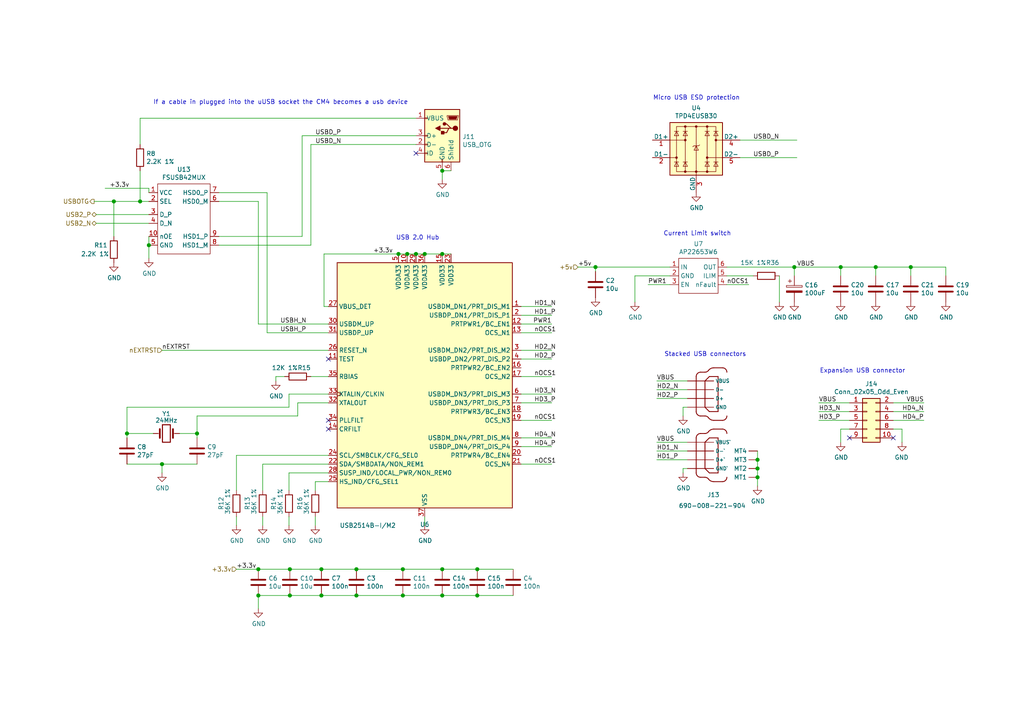
<source format=kicad_sch>
(kicad_sch (version 20210406) (generator eeschema)
  (paper "A4")
  (title_block (title "Compute Module 4 IO Board - USB") (rev "1") (company "(c) Raspberry Pi Trading 2020") (comment 1 "www.raspberrypi.org"))
  (lib_symbols
    (symbol "CM4IO:AP2553W6"
      (property "Reference" "U" (at 3.81 -6.35 0))
      (property "Value" "AP2553W6" (at -3.81 -6.35 0))
      (symbol "AP2553W6_0_0"
        (pin power_in line (at -8.89 2.54 0) (length 2.54) (name "IN") (number "1"))
        (pin power_out line (at -8.89 0 0) (length 2.54) (name "GND") (number "2"))
        (pin input line (at -8.89 -2.54 0) (length 2.54) (name "EN") (number "3"))
        (pin open_collector line (at 7.62 -2.54 180) (length 2.54) (name "nFault") (number "4"))
        (pin passive line (at 7.62 0 180) (length 2.54) (name "ILIM") (number "5"))
        (pin power_out line (at 7.62 2.54 180) (length 2.54) (name "OUT") (number "6"))
      )
    )
    (symbol "CM4IO:FSUSB42MX"
      (property "Reference" "U" (at -7.62 20.32 0))
      (property "Value" "FSUSB42MX" (at -2.54 -2.54 0))
      (symbol "FSUSB42MX_0_0"
        (pin power_in line (at 8.89 16.51 180) (length 2.54) (name "VCC") (number "1"))
        (pin input line (at 8.89 3.81 180) (length 2.54) (name "nOE") (number "10"))
        (pin input line (at 8.89 13.97 180) (length 2.54) (name "SEL") (number "2"))
        (pin bidirectional line (at 8.89 10.16 180) (length 2.54) (name "D_P") (number "3"))
        (pin bidirectional line (at 8.89 7.62 180) (length 2.54) (name "D_N") (number "4"))
        (pin power_in line (at 8.89 1.27 180) (length 2.54) (name "GND") (number "5"))
        (pin bidirectional line (at -11.43 13.97 0) (length 2.54) (name "HSD0_M") (number "6"))
        (pin bidirectional line (at -11.43 16.51 0) (length 2.54) (name "HSD0_P") (number "7"))
        (pin bidirectional line (at -11.43 1.27 0) (length 2.54) (name "HSD1_M") (number "8"))
        (pin bidirectional line (at -11.43 3.81 0) (length 2.54) (name "HSD1_P") (number "9"))
      )
    )
    (symbol "CM4IO:TPD4EUSB30" (pin_names (offset 0))
      (property "Reference" "U" (at -0.635 8.89 0))
      (property "Value" "TPD4EUSB30" (at 8.89 -10.16 0))
      (symbol "TPD4EUSB30_1_1"
        (pin passive line (at -12.7 2.54 0) (length 5.08) (name "D1+") (number "1"))
        (pin passive line (at -12.7 2.54 0) (length 5.08) hide (name "~") (number "10"))
        (pin passive line (at -12.7 -2.54 0) (length 5.08) (name "D1-") (number "2"))
        (pin power_in line (at 0 -12.7 90) (length 5.08) (name "GND") (number "3"))
        (pin passive line (at 12.7 2.54 180) (length 5.08) (name "D2+") (number "4"))
        (pin passive line (at 12.7 -2.54 180) (length 5.08) (name "D2-") (number "5"))
        (pin passive line (at 12.7 -2.54 180) (length 5.08) hide (name "~") (number "6"))
        (pin passive line (at 12.7 2.54 180) (length 5.08) hide (name "~") (number "7"))
        (pin passive line (at 0 -12.7 90) (length 5.08) hide (name "GND") (number "8"))
        (pin passive line (at -12.7 -2.54 0) (length 5.08) hide (name "~") (number "9"))
      )
    )
    (symbol "CM4IO:USB_67298-4090" (pin_numbers hide)
      (property "Reference" "J" (at -5.08 21.6408 0))
      (property "Value" "USB_67298-4090" (at -5.08 -17.8054 0))
      (symbol "USB_67298-4090_0_0"
        (pin power_in line (at -7.62 -2.54 0) (length 7.62) (name "VBUS`") (number "1"))
        (pin passive line (at -7.62 -5.08 0) (length 7.62) (name "D-`") (number "2"))
        (pin passive line (at -7.62 -7.62 0) (length 7.62) (name "D+`") (number "3"))
        (pin power_in line (at -7.62 -10.16 0) (length 7.62) (name "GND`") (number "4"))
        (pin power_in line (at -7.62 15.24 0) (length 7.62) (name "VBUS") (number "5"))
        (pin passive line (at -7.62 12.7 0) (length 7.62) (name "D-") (number "6"))
        (pin passive line (at -7.62 10.16 0) (length 7.62) (name "D+") (number "7"))
        (pin power_in line (at -7.62 7.62 0) (length 7.62) (name "GND") (number "8"))
        (pin passive line (at 12.7 -12.7 180) (length 2.54) (name "MT1") (number "MT1"))
        (pin passive line (at 12.7 -10.16 180) (length 2.54) (name "MT2") (number "MT2"))
        (pin passive line (at 12.7 -7.62 180) (length 2.54) (name "MT3") (number "MT3"))
        (pin passive line (at 12.7 -5.08 180) (length 2.54) (name "MT4") (number "MT4"))
      )
    )
    (symbol "Connector:USB_OTG"
      (property "Reference" "J" (at -5.08 11.43 0))
      (property "Value" "USB_OTG" (at -5.08 8.89 0))
      (symbol "USB_OTG_1_1"
        (pin power_in line (at 7.62 5.08 180) (length 2.54) (name "VBUS") (number "1"))
        (pin passive line (at 7.62 -2.54 180) (length 2.54) (name "D-") (number "2"))
        (pin passive line (at 7.62 0 180) (length 2.54) (name "D+") (number "3"))
        (pin passive line (at 7.62 -5.08 180) (length 2.54) (name "ID") (number "4"))
        (pin power_in line (at 0 -10.16 90) (length 2.54) (name "GND") (number "5"))
        (pin passive line (at -2.54 -10.16 90) (length 2.54) (name "Shield") (number "6"))
      )
    )
    (symbol "Connector_Generic:Conn_02x05_Odd_Even" (pin_names hide)
      (property "Reference" "J" (at 1.27 7.62 0))
      (property "Value" "Conn_02x05_Odd_Even" (at 1.27 -7.62 0))
      (symbol "Conn_02x05_Odd_Even_1_1"
        (pin passive line (at -5.08 5.08 0) (length 3.81) (name "Pin_1") (number "1"))
        (pin passive line (at 7.62 -5.08 180) (length 3.81) (name "Pin_10") (number "10"))
        (pin passive line (at 7.62 5.08 180) (length 3.81) (name "Pin_2") (number "2"))
        (pin passive line (at -5.08 2.54 0) (length 3.81) (name "Pin_3") (number "3"))
        (pin passive line (at 7.62 2.54 180) (length 3.81) (name "Pin_4") (number "4"))
        (pin passive line (at -5.08 0 0) (length 3.81) (name "Pin_5") (number "5"))
        (pin passive line (at 7.62 0 180) (length 3.81) (name "Pin_6") (number "6"))
        (pin passive line (at -5.08 -2.54 0) (length 3.81) (name "Pin_7") (number "7"))
        (pin passive line (at 7.62 -2.54 180) (length 3.81) (name "Pin_8") (number "8"))
        (pin passive line (at -5.08 -5.08 0) (length 3.81) (name "Pin_9") (number "9"))
      )
    )
    (symbol "Device:C" (pin_numbers hide) (pin_names (offset 0.254))
      (property "Reference" "C" (at 0.635 2.54 0))
      (property "Value" "C" (at 0.635 -2.54 0))
      (symbol "C_1_1"
        (pin passive line (at 0 3.81 270) (length 2.794) (name "~") (number "1"))
        (pin passive line (at 0 -3.81 90) (length 2.794) (name "~") (number "2"))
      )
    )
    (symbol "Device:CP" (pin_numbers hide) (pin_names (offset 0.254))
      (property "Reference" "C" (at 0.635 2.54 0))
      (property "Value" "CP" (at 0.635 -2.54 0))
      (symbol "CP_1_1"
        (pin passive line (at 0 3.81 270) (length 2.794) (name "~") (number "1"))
        (pin passive line (at 0 -3.81 90) (length 2.794) (name "~") (number "2"))
      )
    )
    (symbol "Device:Crystal" (pin_numbers hide) (pin_names hide)
      (property "Reference" "Y" (at 0 3.81 0))
      (property "Value" "Crystal" (at 0 -3.81 0))
      (symbol "Crystal_1_1"
        (pin passive line (at -3.81 0 0) (length 1.27) (name "1") (number "1"))
        (pin passive line (at 3.81 0 180) (length 1.27) (name "2") (number "2"))
      )
    )
    (symbol "Device:R" (pin_numbers hide) (pin_names (offset 0))
      (property "Reference" "R" (at 2.032 0 90))
      (property "Value" "R" (at 0 0 90))
      (symbol "R_1_1"
        (pin passive line (at 0 3.81 270) (length 1.27) (name "~") (number "1"))
        (pin passive line (at 0 -3.81 90) (length 1.27) (name "~") (number "2"))
      )
    )
    (symbol "Interface_USB:USB2514B_Bi"
      (property "Reference" "U" (at -17.78 40.64 0))
      (property "Value" "USB2514B_Bi" (at -20.32 38.1 0))
      (symbol "USB2514B_Bi_1_1"
        (pin bidirectional line (at 27.94 22.86 180) (length 2.54) (name "USBDM_DN1/PRT_DIS_M1") (number "1"))
        (pin power_in line (at -5.08 38.1 270) (length 2.54) (name "VDDA33") (number "10"))
        (pin input line (at -27.94 7.62 0) (length 2.54) (name "TEST") (number "11"))
        (pin bidirectional line (at 27.94 17.78 180) (length 2.54) (name "PRTPWR1/BC_EN1") (number "12"))
        (pin input line (at 27.94 15.24 180) (length 2.54) (name "OCS_N1") (number "13"))
        (pin input line (at -27.94 -12.7 0) (length 2.54) (name "CRFILT") (number "14"))
        (pin power_in line (at 5.08 38.1 270) (length 2.54) (name "VDD33") (number "15"))
        (pin bidirectional line (at 27.94 5.08 180) (length 2.54) (name "PRTPWR2/BC_EN2") (number "16"))
        (pin input line (at 27.94 2.54 180) (length 2.54) (name "OCS_N2") (number "17"))
        (pin bidirectional line (at 27.94 -7.62 180) (length 2.54) (name "PRTPWR3/BC_EN3") (number "18"))
        (pin input line (at 27.94 -10.16 180) (length 2.54) (name "OCS_N3") (number "19"))
        (pin bidirectional line (at 27.94 20.32 180) (length 2.54) (name "USBDP_DN1/PRT_DIS_P1") (number "2"))
        (pin bidirectional line (at 27.94 -20.32 180) (length 2.54) (name "PRTPWR4/BC_EN4") (number "20"))
        (pin input line (at 27.94 -22.86 180) (length 2.54) (name "OCS_N4") (number "21"))
        (pin bidirectional line (at -27.94 -22.86 0) (length 2.54) (name "SDA/SMBDATA/NON_REM1") (number "22"))
        (pin power_in line (at 7.62 38.1 270) (length 2.54) (name "VDD33") (number "23"))
        (pin bidirectional line (at -27.94 -20.32 0) (length 2.54) (name "SCL/SMBCLK/CFG_SEL0") (number "24"))
        (pin bidirectional line (at -27.94 -27.94 0) (length 2.54) (name "HS_IND/CFG_SEL1") (number "25"))
        (pin input line (at -27.94 10.16 0) (length 2.54) (name "RESET_N") (number "26"))
        (pin input line (at -27.94 22.86 0) (length 2.54) (name "VBUS_DET") (number "27"))
        (pin bidirectional line (at -27.94 -25.4 0) (length 2.54) (name "SUSP_IND/LOCAL_PWR/NON_REM0") (number "28"))
        (pin power_in line (at -2.54 38.1 270) (length 2.54) (name "VDDA33") (number "29"))
        (pin bidirectional line (at 27.94 10.16 180) (length 2.54) (name "USBDM_DN2/PRT_DIS_M2") (number "3"))
        (pin bidirectional line (at -27.94 17.78 0) (length 2.54) (name "USBDM_UP") (number "30"))
        (pin bidirectional line (at -27.94 15.24 0) (length 2.54) (name "USBDP_UP") (number "31"))
        (pin output line (at -27.94 -5.08 0) (length 2.54) (name "XTALOUT") (number "32"))
        (pin input clock (at -27.94 -2.54 0) (length 2.54) (name "XTALIN/CLKIN") (number "33"))
        (pin input line (at -27.94 -10.16 0) (length 2.54) (name "PLLFILT") (number "34"))
        (pin input line (at -27.94 2.54 0) (length 2.54) (name "RBIAS") (number "35"))
        (pin power_in line (at 0 38.1 270) (length 2.54) (name "VDDA33") (number "36"))
        (pin power_in line (at 0 -38.1 90) (length 2.54) (name "VSS") (number "37"))
        (pin bidirectional line (at 27.94 7.62 180) (length 2.54) (name "USBDP_DN2/PRT_DIS_P2") (number "4"))
        (pin power_in line (at -7.62 38.1 270) (length 2.54) (name "VDDA33") (number "5"))
        (pin bidirectional line (at 27.94 -2.54 180) (length 2.54) (name "USBDM_DN3/PRT_DIS_M3") (number "6"))
        (pin bidirectional line (at 27.94 -5.08 180) (length 2.54) (name "USBDP_DN3/PRT_DIS_P3") (number "7"))
        (pin bidirectional line (at 27.94 -15.24 180) (length 2.54) (name "USBDM_DN4/PRT_DIS_M4") (number "8"))
        (pin bidirectional line (at 27.94 -17.78 180) (length 2.54) (name "USBDP_DN4/PRT_DIS_P4") (number "9"))
      )
    )
    (symbol "power:GND" (power) (pin_names (offset 0))
      (property "Value" "GND" (at 0 -3.81 0))
      (symbol "GND_1_1"
        (pin power_in line (at 0 0 270) (length 0) hide (name "GND") (number "1"))
      )
    )
  )
  (junction (at 33.02 58.42) (diameter 1.016))
  (junction (at 36.83 125.73) (diameter 1.016))
  (junction (at 40.64 58.42) (diameter 1.016))
  (junction (at 43.18 71.12) (diameter 1.016))
  (junction (at 46.99 134.62) (diameter 1.016))
  (junction (at 57.15 125.73) (diameter 1.016))
  (junction (at 74.93 165.1) (diameter 1.016))
  (junction (at 74.93 172.72) (diameter 1.016))
  (junction (at 84.074 165.1) (diameter 1.016))
  (junction (at 84.074 172.72) (diameter 1.016))
  (junction (at 93.218 165.1) (diameter 1.016))
  (junction (at 93.218 172.72) (diameter 1.016))
  (junction (at 103.378 165.1) (diameter 1.016))
  (junction (at 103.378 172.72) (diameter 1.016))
  (junction (at 115.57 73.66) (diameter 1.016))
  (junction (at 116.84 165.1) (diameter 1.016))
  (junction (at 116.84 172.72) (diameter 1.016))
  (junction (at 118.11 73.66) (diameter 1.016))
  (junction (at 120.65 73.66) (diameter 1.016))
  (junction (at 123.19 73.66) (diameter 1.016))
  (junction (at 128.27 49.53) (diameter 1.016))
  (junction (at 128.27 73.66) (diameter 1.016))
  (junction (at 128.27 165.1) (diameter 1.016))
  (junction (at 128.27 172.72) (diameter 1.016))
  (junction (at 138.43 165.1) (diameter 1.016))
  (junction (at 138.43 172.72) (diameter 1.016))
  (junction (at 172.72 77.47) (diameter 1.016))
  (junction (at 219.71 133.35) (diameter 1.016))
  (junction (at 219.71 135.89) (diameter 1.016))
  (junction (at 219.71 138.43) (diameter 1.016))
  (junction (at 230.378 77.47) (diameter 1.016))
  (junction (at 243.84 77.47) (diameter 1.016))
  (junction (at 254 77.47) (diameter 1.016))
  (junction (at 264.16 77.47) (diameter 1.016))
  (no_connect (at 95.25 104.14))
  (no_connect (at 95.25 121.92))
  (no_connect (at 95.25 124.46))
  (no_connect (at 120.65 44.45))
  (no_connect (at 246.38 127))
  (no_connect (at 259.08 127))
  (wire (pts (xy 27.305 58.42) (xy 33.02 58.42)))
  (wire (pts (xy 27.94 62.23) (xy 43.18 62.23)))
  (wire (pts (xy 27.94 64.77) (xy 43.18 64.77)))
  (wire (pts (xy 30.48 54.61) (xy 43.18 54.61)))
  (wire (pts (xy 33.02 58.42) (xy 33.02 68.58)))
  (wire (pts (xy 36.83 118.11) (xy 36.83 125.73)))
  (wire (pts (xy 36.83 125.73) (xy 44.45 125.73)))
  (wire (pts (xy 36.83 127) (xy 36.83 125.73)))
  (wire (pts (xy 36.83 134.62) (xy 46.99 134.62)))
  (wire (pts (xy 40.64 34.29) (xy 120.65 34.29)))
  (wire (pts (xy 40.64 41.91) (xy 40.64 34.29)))
  (wire (pts (xy 40.64 49.53) (xy 40.64 58.42)))
  (wire (pts (xy 40.64 58.42) (xy 33.02 58.42)))
  (wire (pts (xy 43.18 55.88) (xy 43.18 54.61)))
  (wire (pts (xy 43.18 58.42) (xy 40.64 58.42)))
  (wire (pts (xy 43.18 68.58) (xy 43.18 71.12)))
  (wire (pts (xy 43.18 71.12) (xy 43.18 74.93)))
  (wire (pts (xy 46.99 101.6) (xy 95.25 101.6)))
  (wire (pts (xy 46.99 134.62) (xy 46.99 137.16)))
  (wire (pts (xy 46.99 134.62) (xy 57.15 134.62)))
  (wire (pts (xy 52.07 125.73) (xy 57.15 125.73)))
  (wire (pts (xy 57.15 120.65) (xy 57.15 125.73)))
  (wire (pts (xy 57.15 125.73) (xy 57.15 127)))
  (wire (pts (xy 63.5 55.88) (xy 77.47 55.88)))
  (wire (pts (xy 63.5 58.42) (xy 74.93 58.42)))
  (wire (pts (xy 63.5 68.58) (xy 87.63 68.58)))
  (wire (pts (xy 63.5 71.12) (xy 90.17 71.12)))
  (wire (pts (xy 68.58 132.08) (xy 95.25 132.08)))
  (wire (pts (xy 68.58 142.24) (xy 68.58 132.08)))
  (wire (pts (xy 68.58 149.86) (xy 68.58 152.4)))
  (wire (pts (xy 68.58 165.1) (xy 74.93 165.1)))
  (wire (pts (xy 74.93 58.42) (xy 74.93 93.98)))
  (wire (pts (xy 74.93 165.1) (xy 84.074 165.1)))
  (wire (pts (xy 74.93 172.72) (xy 84.074 172.72)))
  (wire (pts (xy 74.93 176.53) (xy 74.93 172.72)))
  (wire (pts (xy 76.2 134.62) (xy 95.25 134.62)))
  (wire (pts (xy 76.2 142.24) (xy 76.2 134.62)))
  (wire (pts (xy 76.2 149.86) (xy 76.2 152.4)))
  (wire (pts (xy 77.47 55.88) (xy 77.47 96.52)))
  (wire (pts (xy 77.47 96.52) (xy 95.25 96.52)))
  (wire (pts (xy 80.01 109.22) (xy 80.01 110.49)))
  (wire (pts (xy 82.55 109.22) (xy 80.01 109.22)))
  (wire (pts (xy 83.82 114.3) (xy 83.82 118.11)))
  (wire (pts (xy 83.82 114.3) (xy 95.25 114.3)))
  (wire (pts (xy 83.82 118.11) (xy 36.83 118.11)))
  (wire (pts (xy 83.82 137.16) (xy 95.25 137.16)))
  (wire (pts (xy 83.82 142.24) (xy 83.82 137.16)))
  (wire (pts (xy 83.82 149.86) (xy 83.82 152.4)))
  (wire (pts (xy 84.074 165.1) (xy 93.218 165.1)))
  (wire (pts (xy 84.074 172.72) (xy 93.218 172.72)))
  (wire (pts (xy 86.36 116.84) (xy 86.36 120.65)))
  (wire (pts (xy 86.36 120.65) (xy 57.15 120.65)))
  (wire (pts (xy 87.63 39.37) (xy 120.65 39.37)))
  (wire (pts (xy 87.63 68.58) (xy 87.63 39.37)))
  (wire (pts (xy 90.17 41.91) (xy 120.65 41.91)))
  (wire (pts (xy 90.17 71.12) (xy 90.17 41.91)))
  (wire (pts (xy 90.17 109.22) (xy 95.25 109.22)))
  (wire (pts (xy 91.44 139.7) (xy 95.25 139.7)))
  (wire (pts (xy 91.44 142.24) (xy 91.44 139.7)))
  (wire (pts (xy 91.44 149.86) (xy 91.44 152.4)))
  (wire (pts (xy 93.218 165.1) (xy 103.378 165.1)))
  (wire (pts (xy 93.218 172.72) (xy 103.378 172.72)))
  (wire (pts (xy 93.98 73.66) (xy 115.57 73.66)))
  (wire (pts (xy 93.98 88.9) (xy 93.98 73.66)))
  (wire (pts (xy 95.25 88.9) (xy 93.98 88.9)))
  (wire (pts (xy 95.25 93.98) (xy 74.93 93.98)))
  (wire (pts (xy 95.25 116.84) (xy 86.36 116.84)))
  (wire (pts (xy 103.378 165.1) (xy 116.84 165.1)))
  (wire (pts (xy 103.378 172.72) (xy 116.84 172.72)))
  (wire (pts (xy 115.57 73.66) (xy 118.11 73.66)))
  (wire (pts (xy 116.84 165.1) (xy 128.27 165.1)))
  (wire (pts (xy 116.84 172.72) (xy 128.27 172.72)))
  (wire (pts (xy 118.11 73.66) (xy 120.65 73.66)))
  (wire (pts (xy 120.65 73.66) (xy 123.19 73.66)))
  (wire (pts (xy 123.19 73.66) (xy 128.27 73.66)))
  (wire (pts (xy 123.19 149.86) (xy 123.19 152.4)))
  (wire (pts (xy 128.27 49.53) (xy 130.81 49.53)))
  (wire (pts (xy 128.27 52.07) (xy 128.27 49.53)))
  (wire (pts (xy 128.27 73.66) (xy 130.81 73.66)))
  (wire (pts (xy 128.27 165.1) (xy 138.43 165.1)))
  (wire (pts (xy 128.27 172.72) (xy 138.43 172.72)))
  (wire (pts (xy 138.43 165.1) (xy 148.844 165.1)))
  (wire (pts (xy 138.43 172.72) (xy 148.844 172.72)))
  (wire (pts (xy 151.13 88.9) (xy 160.02 88.9)))
  (wire (pts (xy 151.13 91.44) (xy 160.02 91.44)))
  (wire (pts (xy 151.13 93.98) (xy 160.02 93.98)))
  (wire (pts (xy 151.13 96.52) (xy 160.02 96.52)))
  (wire (pts (xy 151.13 101.6) (xy 160.02 101.6)))
  (wire (pts (xy 151.13 104.14) (xy 160.02 104.14)))
  (wire (pts (xy 151.13 109.22) (xy 160.02 109.22)))
  (wire (pts (xy 151.13 114.3) (xy 160.02 114.3)))
  (wire (pts (xy 151.13 116.84) (xy 160.02 116.84)))
  (wire (pts (xy 151.13 121.92) (xy 160.02 121.92)))
  (wire (pts (xy 151.13 127) (xy 160.02 127)))
  (wire (pts (xy 151.13 129.54) (xy 160.02 129.54)))
  (wire (pts (xy 151.13 134.62) (xy 160.02 134.62)))
  (wire (pts (xy 167.64 77.47) (xy 172.72 77.47)))
  (wire (pts (xy 172.72 77.47) (xy 194.31 77.47)))
  (wire (pts (xy 172.72 78.74) (xy 172.72 77.47)))
  (wire (pts (xy 184.15 80.01) (xy 184.15 87.63)))
  (wire (pts (xy 187.96 82.55) (xy 194.31 82.55)))
  (wire (pts (xy 190.5 110.49) (xy 199.39 110.49)))
  (wire (pts (xy 190.5 113.03) (xy 199.39 113.03)))
  (wire (pts (xy 190.5 115.57) (xy 199.39 115.57)))
  (wire (pts (xy 190.5 128.27) (xy 199.39 128.27)))
  (wire (pts (xy 190.5 130.81) (xy 199.39 130.81)))
  (wire (pts (xy 190.5 133.35) (xy 199.39 133.35)))
  (wire (pts (xy 194.31 80.01) (xy 184.15 80.01)))
  (wire (pts (xy 198.12 118.11) (xy 198.12 120.65)))
  (wire (pts (xy 198.12 135.89) (xy 198.12 137.16)))
  (wire (pts (xy 199.39 118.11) (xy 198.12 118.11)))
  (wire (pts (xy 199.39 135.89) (xy 198.12 135.89)))
  (wire (pts (xy 210.82 77.47) (xy 230.378 77.47)))
  (wire (pts (xy 210.82 80.01) (xy 218.44 80.01)))
  (wire (pts (xy 210.82 82.55) (xy 217.17 82.55)))
  (wire (pts (xy 214.63 40.64) (xy 231.14 40.64)))
  (wire (pts (xy 214.63 45.72) (xy 231.14 45.72)))
  (wire (pts (xy 219.71 130.81) (xy 219.71 133.35)))
  (wire (pts (xy 219.71 133.35) (xy 219.71 135.89)))
  (wire (pts (xy 219.71 135.89) (xy 219.71 138.43)))
  (wire (pts (xy 219.71 138.43) (xy 219.71 140.97)))
  (wire (pts (xy 226.06 80.01) (xy 226.06 87.63)))
  (wire (pts (xy 230.378 77.47) (xy 230.378 80.01)))
  (wire (pts (xy 230.378 77.47) (xy 243.84 77.47)))
  (wire (pts (xy 237.49 116.84) (xy 246.38 116.84)))
  (wire (pts (xy 237.49 119.38) (xy 246.38 119.38)))
  (wire (pts (xy 237.49 121.92) (xy 246.38 121.92)))
  (wire (pts (xy 243.84 77.47) (xy 254 77.47)))
  (wire (pts (xy 243.84 80.01) (xy 243.84 77.47)))
  (wire (pts (xy 243.84 124.46) (xy 243.84 128.27)))
  (wire (pts (xy 243.84 124.46) (xy 246.38 124.46)))
  (wire (pts (xy 254 77.47) (xy 254 80.01)))
  (wire (pts (xy 254 77.47) (xy 264.16 77.47)))
  (wire (pts (xy 259.08 124.46) (xy 261.62 124.46)))
  (wire (pts (xy 261.62 124.46) (xy 261.62 128.27)))
  (wire (pts (xy 264.16 77.47) (xy 264.16 80.01)))
  (wire (pts (xy 264.16 77.47) (xy 274.32 77.47)))
  (wire (pts (xy 267.97 116.84) (xy 259.08 116.84)))
  (wire (pts (xy 267.97 119.38) (xy 259.08 119.38)))
  (wire (pts (xy 267.97 121.92) (xy 259.08 121.92)))
  (wire (pts (xy 274.32 80.01) (xy 274.32 77.47)))
  (text "If a cable in plugged into the uUSB socket the CM4 becomes a usb device" (at 44.45 30.48 0) (effects (font (size 1.27 1.27)) (justify left bottom)))
  (text "USB 2.0 Hub" (at 127.4318 69.7992 180) (effects (font (size 1.27 1.27)) (justify right bottom)))
  (text "Current Limit switch" (at 212.09 68.58 180) (effects (font (size 1.27 1.27)) (justify right bottom)))
  (text "Micro USB ESD protection" (at 214.63 29.21 180) (effects (font (size 1.27 1.27)) (justify right bottom)))
  (text "Stacked USB connectors" (at 216.4588 103.5812 180) (effects (font (size 1.27 1.27)) (justify right bottom)))
  (text "Expansion USB connector" (at 262.6106 108.3818 180) (effects (font (size 1.27 1.27)) (justify right bottom)))
  (label "+3.3v" (at 31.75 54.61 0))
  (label "nEXTRST" (at 46.99 101.6 0))
  (label "+3.3v" (at 68.58 165.1 0))
  (label "USBH_N" (at 81.28 93.98 0))
  (label "USBH_P" (at 81.28 96.52 0))
  (label "USBD_P" (at 91.44 39.37 0))
  (label "USBD_N" (at 91.44 41.91 0))
  (label "+3.3v" (at 108.204 73.66 0))
  (label "HD1_N" (at 154.94 88.9 0))
  (label "HD1_P" (at 154.94 91.44 0))
  (label "nOCS1" (at 154.94 96.52 0))
  (label "HD2_N" (at 154.94 101.6 0))
  (label "HD2_P" (at 154.94 104.14 0))
  (label "nOCS1" (at 154.94 109.22 0))
  (label "HD3_N" (at 154.94 114.3 0))
  (label "HD3_P" (at 154.94 116.84 0))
  (label "nOCS1" (at 154.94 121.92 0))
  (label "HD4_N" (at 154.94 127 0))
  (label "HD4_P" (at 154.94 129.54 0))
  (label "nOCS1" (at 154.94 134.62 0))
  (label "PWR1" (at 160.02 93.98 180))
  (label "+5v" (at 167.64 77.47 0))
  (label "PWR1" (at 187.96 82.55 0))
  (label "VBUS" (at 190.5 110.49 0))
  (label "HD2_N" (at 190.5 113.03 0))
  (label "HD2_P" (at 190.5 115.57 0))
  (label "VBUS" (at 190.5 128.27 0))
  (label "HD1_N" (at 190.5 130.81 0))
  (label "HD1_P" (at 190.5 133.35 0))
  (label "nOCS1" (at 210.82 82.55 0))
  (label "USBD_N" (at 218.44 40.64 0))
  (label "USBD_P" (at 218.44 45.72 0))
  (label "VBUS" (at 231.14 77.47 0))
  (label "VBUS" (at 237.49 116.84 0))
  (label "HD3_N" (at 237.49 119.38 0))
  (label "HD3_P" (at 237.49 121.92 0))
  (label "VBUS" (at 267.97 116.84 180))
  (label "HD4_N" (at 267.97 119.38 180))
  (label "HD4_P" (at 267.97 121.92 180))
  (hierarchical_label "USBOTG" (shape output) (at 27.305 58.42 180))
  (hierarchical_label "USB2_P" (shape bidirectional) (at 27.94 62.23 180))
  (hierarchical_label "USB2_N" (shape bidirectional) (at 27.94 64.77 180))
  (hierarchical_label "nEXTRST" (shape input) (at 46.99 101.6 180))
  (hierarchical_label "+3.3v" (shape input) (at 68.58 165.1 180))
  (hierarchical_label "+5v" (shape input) (at 167.64 77.47 180))
  (symbol (lib_id "power:GND") (at 33.02 76.2 0) (unit 1)
    (property "Reference" "#PWR0144" (effects hide))
    (property "Value" "GND" (at 33.147 80.5942 0))
  )
  (symbol (lib_id "power:GND") (at 43.18 74.93 0) (unit 1)
    (property "Reference" "#PWR0143" (effects hide))
    (property "Value" "GND" (at 43.307 79.3242 0))
  )
  (symbol (lib_id "power:GND") (at 46.99 137.16 0) (unit 1)
    (property "Reference" "#PWR07" (effects hide))
    (property "Value" "GND" (at 47.117 141.5542 0))
  )
  (symbol (lib_id "power:GND") (at 68.58 152.4 0) (unit 1)
    (property "Reference" "#PWR08" (effects hide))
    (property "Value" "GND" (at 68.707 156.7942 0))
  )
  (symbol (lib_id "power:GND") (at 74.93 176.53 0) (unit 1)
    (property "Reference" "#PWR06" (effects hide))
    (property "Value" "GND" (at 75.057 180.9242 0))
  )
  (symbol (lib_id "power:GND") (at 76.2 152.4 0) (unit 1)
    (property "Reference" "#PWR09" (effects hide))
    (property "Value" "GND" (at 76.327 156.7942 0))
  )
  (symbol (lib_id "power:GND") (at 80.01 110.49 0) (unit 1)
    (property "Reference" "#PWR010" (effects hide))
    (property "Value" "GND" (at 80.137 114.8842 0))
  )
  (symbol (lib_id "power:GND") (at 83.82 152.4 0) (unit 1)
    (property "Reference" "#PWR011" (effects hide))
    (property "Value" "GND" (at 83.947 156.7942 0))
  )
  (symbol (lib_id "power:GND") (at 91.44 152.4 0) (unit 1)
    (property "Reference" "#PWR012" (effects hide))
    (property "Value" "GND" (at 91.567 156.7942 0))
  )
  (symbol (lib_id "power:GND") (at 123.19 152.4 0) (unit 1)
    (property "Reference" "#PWR0142" (effects hide))
    (property "Value" "GND" (at 123.317 156.7942 0))
  )
  (symbol (lib_id "power:GND") (at 128.27 52.07 0) (unit 1)
    (property "Reference" "#PWR013" (effects hide))
    (property "Value" "GND" (at 128.397 56.4642 0))
  )
  (symbol (lib_id "power:GND") (at 172.72 86.36 0) (unit 1)
    (property "Reference" "#PWR017" (effects hide))
    (property "Value" "GND" (at 172.847 90.7542 0))
  )
  (symbol (lib_id "power:GND") (at 184.15 87.63 0) (unit 1)
    (property "Reference" "#PWR014" (effects hide))
    (property "Value" "GND" (at 184.277 92.0242 0))
  )
  (symbol (lib_id "power:GND") (at 198.12 120.65 0) (unit 1)
    (property "Reference" "#PWR023" (effects hide))
    (property "Value" "GND" (at 198.247 125.0442 0))
  )
  (symbol (lib_id "power:GND") (at 198.12 137.16 0) (unit 1)
    (property "Reference" "#PWR024" (effects hide))
    (property "Value" "GND" (at 198.247 141.5542 0))
  )
  (symbol (lib_id "power:GND") (at 201.93 55.88 0) (unit 1)
    (property "Reference" "#PWR0123" (effects hide))
    (property "Value" "GND" (at 202.057 60.2742 0))
  )
  (symbol (lib_id "power:GND") (at 219.71 140.97 0) (unit 1)
    (property "Reference" "#PWR0114" (effects hide))
    (property "Value" "GND" (at 219.837 145.3642 0))
  )
  (symbol (lib_id "power:GND") (at 226.06 87.63 0) (unit 1)
    (property "Reference" "#PWR019" (effects hide))
    (property "Value" "GND" (at 226.187 92.0242 0))
  )
  (symbol (lib_id "power:GND") (at 230.378 87.63 0) (unit 1)
    (property "Reference" "#PWR01" (effects hide))
    (property "Value" "GND" (at 230.505 92.0242 0))
  )
  (symbol (lib_id "power:GND") (at 243.84 87.63 0) (unit 1)
    (property "Reference" "#PWR021" (effects hide))
    (property "Value" "GND" (at 243.967 92.0242 0))
  )
  (symbol (lib_id "power:GND") (at 243.84 128.27 0) (unit 1)
    (property "Reference" "#PWR025" (effects hide))
    (property "Value" "GND" (at 243.967 132.6642 0))
  )
  (symbol (lib_id "power:GND") (at 254 87.63 0) (unit 1)
    (property "Reference" "#PWR018" (effects hide))
    (property "Value" "GND" (at 254.127 92.0242 0))
  )
  (symbol (lib_id "power:GND") (at 261.62 128.27 0) (mirror y) (unit 1)
    (property "Reference" "#PWR026" (effects hide))
    (property "Value" "GND" (at 261.493 132.6642 0))
  )
  (symbol (lib_id "power:GND") (at 264.16 87.63 0) (unit 1)
    (property "Reference" "#PWR049" (effects hide))
    (property "Value" "GND" (at 264.287 92.0242 0))
  )
  (symbol (lib_id "power:GND") (at 274.32 87.63 0) (unit 1)
    (property "Reference" "#PWR050" (effects hide))
    (property "Value" "GND" (at 274.447 92.0242 0))
  )
  (symbol (lib_id "Device:R") (at 33.02 72.39 0) (unit 1)
    (property "Reference" "R11" (at 27.305 71.12 0) (effects (justify left)))
    (property "Value" "2.2K 1%" (at 23.495 73.66 0) (effects (justify left)))
    (property "Footprint" "Resistor_SMD:R_0402_1005Metric" (effects hide))
    (property "Datasheet" "https://fscdn.rohm.com/en/products/databook/datasheet/passive/resistor/chip_resistor/mcr-e.pdf" (effects hide))
    (property "Field4" "Farnell" (effects hide))
    (property "Field5" "9239278" (effects hide))
    (property "Field7" "KOA EUROPE GMBH" (effects hide))
    (property "Field6" "RK73G1ETQTP2201D         " (effects hide))
    (property "Part Description" "Resistor 2.2K M1005 1% 63mW" (effects hide))
    (property "Field8" "120889581" (effects hide))
  )
  (symbol (lib_id "Device:R") (at 40.64 45.72 0) (unit 1)
    (property "Reference" "R8" (at 42.418 44.5516 0) (effects (justify left)))
    (property "Value" "2.2K 1%" (at 42.418 46.863 0) (effects (justify left)))
    (property "Footprint" "Resistor_SMD:R_0402_1005Metric" (effects hide))
    (property "Datasheet" "https://fscdn.rohm.com/en/products/databook/datasheet/passive/resistor/chip_resistor/mcr-e.pdf" (effects hide))
    (property "Field4" "Farnell" (effects hide))
    (property "Field5" "9239278" (effects hide))
    (property "Field7" "KOA EUROPE GMBH" (effects hide))
    (property "Field6" "RK73G1ETQTP2201D         " (effects hide))
    (property "Part Description" "Resistor 2.2K M1005 1% 63mW" (effects hide))
    (property "Field8" "120889581" (effects hide))
  )
  (symbol (lib_id "Device:R") (at 68.58 146.05 0) (unit 1)
    (property "Reference" "R12" (at 64.135 147.955 90) (effects (justify left)))
    (property "Value" "36K 1%" (at 66.04 149.225 90) (effects (justify left)))
    (property "Footprint" "Resistor_SMD:R_0402_1005Metric" (effects hide))
    (property "Datasheet" "https://fscdn.rohm.com/en/products/databook/datasheet/passive/resistor/chip_resistor/mcr-e.pdf" (effects hide))
    (property "Field4" "Farnell" (effects hide))
    (property "Field5" "1458788" (effects hide))
    (property "Field7" "Rohm" (effects hide))
    (property "Field6" "MCR01MZPF3602" (effects hide))
    (property "Part Description" "Resistor 36K M1005 1% 63mW" (effects hide))
  )
  (symbol (lib_id "Device:R") (at 76.2 146.05 0) (unit 1)
    (property "Reference" "R13" (at 71.755 147.955 90) (effects (justify left)))
    (property "Value" "36K 1%" (at 73.66 149.225 90) (effects (justify left)))
    (property "Footprint" "Resistor_SMD:R_0402_1005Metric" (effects hide))
    (property "Datasheet" "https://fscdn.rohm.com/en/products/databook/datasheet/passive/resistor/chip_resistor/mcr-e.pdf" (effects hide))
    (property "Field4" "Farnell" (effects hide))
    (property "Field5" "1458788" (effects hide))
    (property "Field7" "Rohm" (effects hide))
    (property "Field6" "MCR01MZPF3602" (effects hide))
    (property "Part Description" "Resistor 36K M1005 1% 63mW" (effects hide))
  )
  (symbol (lib_id "Device:R") (at 83.82 146.05 0) (unit 1)
    (property "Reference" "R14" (at 79.375 147.955 90) (effects (justify left)))
    (property "Value" "36K 1%" (at 81.28 149.225 90) (effects (justify left)))
    (property "Footprint" "Resistor_SMD:R_0402_1005Metric" (effects hide))
    (property "Datasheet" "https://fscdn.rohm.com/en/products/databook/datasheet/passive/resistor/chip_resistor/mcr-e.pdf" (effects hide))
    (property "Field4" "Farnell" (effects hide))
    (property "Field5" "1458788" (effects hide))
    (property "Field7" "Rohm" (effects hide))
    (property "Field6" "MCR01MZPF3602" (effects hide))
    (property "Part Description" "Resistor 36K M1005 1% 63mW" (effects hide))
  )
  (symbol (lib_id "Device:R") (at 86.36 109.22 90) (unit 1)
    (property "Reference" "R15" (at 90.17 106.68 90) (effects (justify left)))
    (property "Value" "12K 1%" (at 86.36 106.68 90) (effects (justify left)))
    (property "Footprint" "Resistor_SMD:R_0402_1005Metric" (effects hide))
    (property "Datasheet" "https://fscdn.rohm.com/en/products/databook/datasheet/passive/resistor/chip_resistor/mcr-e.pdf" (effects hide))
    (property "Field4" "Farnell" (effects hide))
    (property "Field5" "9239367" (effects hide))
    (property "Field7" "Rohm" (effects hide))
    (property "Field6" "MCR01MZPF1202" (effects hide))
    (property "Part Description" "Resistor 12K M1005 1% 63mW" (effects hide))
  )
  (symbol (lib_id "Device:R") (at 91.44 146.05 0) (unit 1)
    (property "Reference" "R16" (at 86.995 147.955 90) (effects (justify left)))
    (property "Value" "36K 1%" (at 88.9 149.225 90) (effects (justify left)))
    (property "Footprint" "Resistor_SMD:R_0402_1005Metric" (effects hide))
    (property "Datasheet" "https://fscdn.rohm.com/en/products/databook/datasheet/passive/resistor/chip_resistor/mcr-e.pdf" (effects hide))
    (property "Field4" "Farnell" (effects hide))
    (property "Field5" "1458788" (effects hide))
    (property "Field7" "Rohm" (effects hide))
    (property "Field6" "MCR01MZPF3602" (effects hide))
    (property "Part Description" "Resistor 36K M1005 1% 63mW" (effects hide))
  )
  (symbol (lib_id "Device:R") (at 222.25 80.01 90) (unit 1)
    (property "Reference" "R36" (at 226.06 76.2 90) (effects (justify left)))
    (property "Value" "15K 1%" (at 222.25 76.2 90) (effects (justify left)))
    (property "Footprint" "Resistor_SMD:R_0402_1005Metric" (effects hide))
    (property "Datasheet" "https://fscdn.rohm.com/en/products/databook/datasheet/passive/resistor/chip_resistor/mcr-e.pdf" (effects hide))
    (property "Field4" "Farnell" (effects hide))
    (property "Field5" "9239375" (effects hide))
    (property "Field6" "MCR01MZPF1502" (effects hide))
    (property "Field7" "Rohm" (effects hide))
    (property "Part Description" "Resistor 15K M1005 1% 63mW" (effects hide))
    (property "Field8" "120891581" (effects hide))
  )
  (symbol (lib_id "Device:C") (at 36.83 130.81 0) (unit 1)
    (property "Reference" "C8" (at 39.751 129.6416 0) (effects (justify left)))
    (property "Value" "27pF" (at 39.751 131.953 0) (effects (justify left)))
    (property "Footprint" "Capacitor_SMD:C_0402_1005Metric" (effects hide))
    (property "Datasheet" "https://search.murata.co.jp/Ceramy/image/img/A01X/G101/ENG/GJM1555C1H270JB01-01.pdf" (effects hide))
    (property "Field8" "UCAP00738 " (effects hide))
    (property "Field5" "490-17672-1-ND" (effects hide))
    (property "Field6" "GJM1555C1H270JB01D" (effects hide))
    (property "Field7" "Murata" (effects hide))
    (property "Part Description" "	27pF 5% 50V Ceramic Capacitor C0G, NP0 0402 (1005 Metric)" (effects hide))
    (property "Field4" "Digikey" (effects hide))
  )
  (symbol (lib_id "Device:C") (at 57.15 130.81 0) (unit 1)
    (property "Reference" "C9" (at 60.071 129.6416 0) (effects (justify left)))
    (property "Value" "27pF" (at 60.071 131.953 0) (effects (justify left)))
    (property "Footprint" "Capacitor_SMD:C_0402_1005Metric" (effects hide))
    (property "Datasheet" "https://search.murata.co.jp/Ceramy/image/img/A01X/G101/ENG/GJM1555C1H270JB01-01.pdf" (effects hide))
    (property "Field8" "UCAP00738 " (effects hide))
    (property "Field5" "490-17672-1-ND" (effects hide))
    (property "Field6" "GJM1555C1H270JB01D" (effects hide))
    (property "Field7" "Murata" (effects hide))
    (property "Part Description" "	27pF 5% 50V Ceramic Capacitor C0G, NP0 0402 (1005 Metric)" (effects hide))
    (property "Field4" "Digikey" (effects hide))
  )
  (symbol (lib_id "Device:C") (at 74.93 168.91 0) (unit 1)
    (property "Reference" "C6" (at 77.851 167.7416 0) (effects (justify left)))
    (property "Value" "10u" (at 77.851 170.053 0) (effects (justify left)))
    (property "Footprint" "Capacitor_SMD:C_0805_2012Metric" (effects hide))
    (property "Datasheet" "https://search.murata.co.jp/Ceramy/image/img/A01X/G101/ENG/GRM21BR71A106KA73-01.pdf" (effects hide))
    (property "Field5" "490-14381-1-ND" (effects hide))
    (property "Field4" "Digikey" (effects hide))
    (property "Field6" "GRM21BR71A106KA73L" (effects hide))
    (property "Field7" "Murata" (effects hide))
    (property "Part Description" "	10uF 10% 10V Ceramic Capacitor X7R 0805 (2012 Metric)" (effects hide))
    (property "Field8" "111893011" (effects hide))
  )
  (symbol (lib_id "Device:C") (at 84.074 168.91 0) (unit 1)
    (property "Reference" "C10" (at 86.995 167.7416 0) (effects (justify left)))
    (property "Value" "10u" (at 86.995 170.053 0) (effects (justify left)))
    (property "Footprint" "Capacitor_SMD:C_0805_2012Metric" (effects hide))
    (property "Datasheet" "https://search.murata.co.jp/Ceramy/image/img/A01X/G101/ENG/GRM21BR71A106KA73-01.pdf" (effects hide))
    (property "Field5" "490-14381-1-ND" (effects hide))
    (property "Field4" "Digikey" (effects hide))
    (property "Field6" "GRM21BR71A106KA73L" (effects hide))
    (property "Field7" "Murata" (effects hide))
    (property "Part Description" "	10uF 10% 10V Ceramic Capacitor X7R 0805 (2012 Metric)" (effects hide))
    (property "Field8" "111893011" (effects hide))
  )
  (symbol (lib_id "Device:C") (at 93.218 168.91 0) (unit 1)
    (property "Reference" "C7" (at 96.139 167.7416 0) (effects (justify left)))
    (property "Value" "100n" (at 96.139 170.053 0) (effects (justify left)))
    (property "Footprint" "Capacitor_SMD:C_0402_1005Metric" (effects hide))
    (property "Datasheet" "https://search.murata.co.jp/Ceramy/image/img/A01X/G101/ENG/GRM155R71C104KA88-01.pdf" (effects hide))
    (property "Field4" "Farnell" (effects hide))
    (property "Field5" "2611911" (effects hide))
    (property "Field6" "RM EMK105 B7104KV-F" (effects hide))
    (property "Field7" "TAIYO YUDEN EUROPE GMBH" (effects hide))
    (property "Part Description" "	0.1uF 10% 16V Ceramic Capacitor X7R 0402 (1005 Metric)" (effects hide))
    (property "Field8" "110091611" (effects hide))
  )
  (symbol (lib_id "Device:C") (at 103.378 168.91 0) (unit 1)
    (property "Reference" "C3" (at 106.299 167.7416 0) (effects (justify left)))
    (property "Value" "100n" (at 106.299 170.053 0) (effects (justify left)))
    (property "Footprint" "Capacitor_SMD:C_0402_1005Metric" (effects hide))
    (property "Datasheet" "https://search.murata.co.jp/Ceramy/image/img/A01X/G101/ENG/GRM155R71C104KA88-01.pdf" (effects hide))
    (property "Field4" "Farnell" (effects hide))
    (property "Field5" "2611911" (effects hide))
    (property "Field6" "RM EMK105 B7104KV-F" (effects hide))
    (property "Field7" "TAIYO YUDEN EUROPE GMBH" (effects hide))
    (property "Part Description" "	0.1uF 10% 16V Ceramic Capacitor X7R 0402 (1005 Metric)" (effects hide))
    (property "Field8" "110091611" (effects hide))
  )
  (symbol (lib_id "Device:C") (at 116.84 168.91 0) (unit 1)
    (property "Reference" "C11" (at 119.761 167.7416 0) (effects (justify left)))
    (property "Value" "100n" (at 119.761 170.053 0) (effects (justify left)))
    (property "Footprint" "Capacitor_SMD:C_0402_1005Metric" (effects hide))
    (property "Datasheet" "https://search.murata.co.jp/Ceramy/image/img/A01X/G101/ENG/GRM155R71C104KA88-01.pdf" (effects hide))
    (property "Field4" "Farnell" (effects hide))
    (property "Field5" "2611911" (effects hide))
    (property "Field6" "RM EMK105 B7104KV-F" (effects hide))
    (property "Field7" "TAIYO YUDEN EUROPE GMBH" (effects hide))
    (property "Part Description" "	0.1uF 10% 16V Ceramic Capacitor X7R 0402 (1005 Metric)" (effects hide))
    (property "Field8" "110091611" (effects hide))
  )
  (symbol (lib_id "Device:C") (at 128.27 168.91 0) (unit 1)
    (property "Reference" "C14" (at 131.191 167.7416 0) (effects (justify left)))
    (property "Value" "100n" (at 131.191 170.053 0) (effects (justify left)))
    (property "Footprint" "Capacitor_SMD:C_0402_1005Metric" (effects hide))
    (property "Datasheet" "https://search.murata.co.jp/Ceramy/image/img/A01X/G101/ENG/GRM155R71C104KA88-01.pdf" (effects hide))
    (property "Field4" "Farnell" (effects hide))
    (property "Field5" "2611911" (effects hide))
    (property "Field6" "RM EMK105 B7104KV-F" (effects hide))
    (property "Field7" "TAIYO YUDEN EUROPE GMBH" (effects hide))
    (property "Part Description" "	0.1uF 10% 16V Ceramic Capacitor X7R 0402 (1005 Metric)" (effects hide))
    (property "Field8" "110091611" (effects hide))
  )
  (symbol (lib_id "Device:C") (at 138.43 168.91 0) (unit 1)
    (property "Reference" "C15" (at 141.351 167.7416 0) (effects (justify left)))
    (property "Value" "100n" (at 141.351 170.053 0) (effects (justify left)))
    (property "Footprint" "Capacitor_SMD:C_0402_1005Metric" (effects hide))
    (property "Datasheet" "https://search.murata.co.jp/Ceramy/image/img/A01X/G101/ENG/GRM155R71C104KA88-01.pdf" (effects hide))
    (property "Field4" "Farnell" (effects hide))
    (property "Field5" "2611911" (effects hide))
    (property "Field6" "RM EMK105 B7104KV-F" (effects hide))
    (property "Field7" "TAIYO YUDEN EUROPE GMBH" (effects hide))
    (property "Part Description" "	0.1uF 10% 16V Ceramic Capacitor X7R 0402 (1005 Metric)" (effects hide))
    (property "Field8" "110091611" (effects hide))
  )
  (symbol (lib_id "Device:C") (at 148.844 168.91 0) (unit 1)
    (property "Reference" "C4" (at 151.765 167.7416 0) (effects (justify left)))
    (property "Value" "100n" (at 151.765 170.053 0) (effects (justify left)))
    (property "Footprint" "Capacitor_SMD:C_0402_1005Metric" (effects hide))
    (property "Datasheet" "https://search.murata.co.jp/Ceramy/image/img/A01X/G101/ENG/GRM155R71C104KA88-01.pdf" (effects hide))
    (property "Field4" "Farnell" (effects hide))
    (property "Field5" "2611911" (effects hide))
    (property "Field6" "RM EMK105 B7104KV-F" (effects hide))
    (property "Field7" "TAIYO YUDEN EUROPE GMBH" (effects hide))
    (property "Part Description" "	0.1uF 10% 16V Ceramic Capacitor X7R 0402 (1005 Metric)" (effects hide))
    (property "Field8" "110091611" (effects hide))
  )
  (symbol (lib_id "Device:C") (at 172.72 82.55 0) (unit 1)
    (property "Reference" "C2" (at 175.641 81.3816 0) (effects (justify left)))
    (property "Value" "10u" (at 175.641 83.693 0) (effects (justify left)))
    (property "Footprint" "Capacitor_SMD:C_0805_2012Metric" (effects hide))
    (property "Datasheet" "https://search.murata.co.jp/Ceramy/image/img/A01X/G101/ENG/GRM21BR71A106KA73-01.pdf" (effects hide))
    (property "Field5" "490-14381-1-ND" (effects hide))
    (property "Field4" "Digikey" (effects hide))
    (property "Field6" "GRM21BR71A106KA73L" (effects hide))
    (property "Field7" "Murata" (effects hide))
    (property "Part Description" "	10uF 10% 10V Ceramic Capacitor X7R 0805 (2012 Metric)" (effects hide))
    (property "Field8" "111893011" (effects hide))
  )
  (symbol (lib_id "Device:CP") (at 230.378 83.82 0) (unit 1)
    (property "Reference" "C16" (at 233.3752 82.677 0) (effects (justify left)))
    (property "Value" "100uF" (at 233.3752 84.963 0) (effects (justify left)))
    (property "Footprint" "Capacitor_Tantalum_SMD:CP_EIA-7343-31_Kemet-D" (effects hide))
    (property "Field4" "Mouser" (effects hide))
    (property "Field5" "667-EEF-CX0J101R" (effects hide))
    (property "Part Description" "Capacitor, SP-Cap, 100u, 6.3V, 15mR ESR" (effects hide))
  )
  (symbol (lib_id "Device:C") (at 243.84 83.82 0) (unit 1)
    (property "Reference" "C20" (at 246.761 82.6516 0) (effects (justify left)))
    (property "Value" "10u" (at 246.761 84.963 0) (effects (justify left)))
    (property "Footprint" "Capacitor_SMD:C_0805_2012Metric" (effects hide))
    (property "Datasheet" "https://search.murata.co.jp/Ceramy/image/img/A01X/G101/ENG/GRM21BR71A106KA73-01.pdf" (effects hide))
    (property "Field5" "490-14381-1-ND" (effects hide))
    (property "Field4" "Digikey" (effects hide))
    (property "Field6" "GRM21BR71A106KA73L" (effects hide))
    (property "Field7" "Murata" (effects hide))
    (property "Part Description" "	10uF 10% 10V Ceramic Capacitor X7R 0805 (2012 Metric)" (effects hide))
    (property "Field8" "111893011" (effects hide))
  )
  (symbol (lib_id "Device:C") (at 254 83.82 0) (unit 1)
    (property "Reference" "C17" (at 256.921 82.6516 0) (effects (justify left)))
    (property "Value" "10u" (at 256.921 84.963 0) (effects (justify left)))
    (property "Footprint" "Capacitor_SMD:C_0805_2012Metric" (effects hide))
    (property "Datasheet" "https://search.murata.co.jp/Ceramy/image/img/A01X/G101/ENG/GRM21BR71A106KA73-01.pdf" (effects hide))
    (property "Field5" "490-14381-1-ND" (effects hide))
    (property "Field4" "Digikey" (effects hide))
    (property "Field6" "GRM21BR71A106KA73L" (effects hide))
    (property "Field7" "Murata" (effects hide))
    (property "Part Description" "	10uF 10% 10V Ceramic Capacitor X7R 0805 (2012 Metric)" (effects hide))
    (property "Field8" "111893011" (effects hide))
  )
  (symbol (lib_id "Device:C") (at 264.16 83.82 0) (unit 1)
    (property "Reference" "C21" (at 267.081 82.6516 0) (effects (justify left)))
    (property "Value" "10u" (at 267.081 84.963 0) (effects (justify left)))
    (property "Footprint" "Capacitor_SMD:C_0805_2012Metric" (effects hide))
    (property "Datasheet" "https://search.murata.co.jp/Ceramy/image/img/A01X/G101/ENG/GRM21BR71A106KA73-01.pdf" (effects hide))
    (property "Field5" "490-14381-1-ND" (effects hide))
    (property "Field4" "Digikey" (effects hide))
    (property "Field6" "GRM21BR71A106KA73L" (effects hide))
    (property "Field7" "Murata" (effects hide))
    (property "Part Description" "	10uF 10% 10V Ceramic Capacitor X7R 0805 (2012 Metric)" (effects hide))
    (property "Field8" "111893011" (effects hide))
  )
  (symbol (lib_id "Device:C") (at 274.32 83.82 0) (unit 1)
    (property "Reference" "C19" (at 277.241 82.6516 0) (effects (justify left)))
    (property "Value" "10u" (at 277.241 84.963 0) (effects (justify left)))
    (property "Footprint" "Capacitor_SMD:C_0805_2012Metric" (effects hide))
    (property "Datasheet" "https://search.murata.co.jp/Ceramy/image/img/A01X/G101/ENG/GRM21BR71A106KA73-01.pdf" (effects hide))
    (property "Field5" "490-14381-1-ND" (effects hide))
    (property "Field4" "Digikey" (effects hide))
    (property "Field6" "GRM21BR71A106KA73L" (effects hide))
    (property "Field7" "Murata" (effects hide))
    (property "Part Description" "	10uF 10% 10V Ceramic Capacitor X7R 0805 (2012 Metric)" (effects hide))
    (property "Field8" "111893011" (effects hide))
  )
  (symbol (lib_id "Device:Crystal") (at 48.26 125.73 0) (unit 1)
    (property "Reference" "Y1" (at 48.26 120.015 0))
    (property "Value" "24MHz" (at 48.26 121.92 0))
    (property "Footprint" "Crystal:Crystal_SMD_HC49-SD" (effects hide))
    (property "Field4" "Farnell" (effects hide))
    (property "Field5" "2508493" (effects hide))
    (property "Field7" "AEL" (effects hide))
    (property "Field6" "X24M000000S128" (effects hide))
    (property "Part Description" "24MHz Crystal 18pf 30ppm 30ppm" (effects hide))
  )
  (symbol (lib_id "Connector_Generic:Conn_02x05_Odd_Even") (at 251.46 121.92 0) (unit 1)
    (property "Reference" "J14" (at 252.73 111.3282 0))
    (property "Value" "Conn_02x05_Odd_Even" (at 252.73 113.6396 0))
    (property "Footprint" "Connector_PinHeader_2.54mm:PinHeader_2x05_P2.54mm_Vertical" (effects hide))
    (property "Datasheet" "https://www.toby.co.uk/uploads/publications/1673.pdf" (effects hide))
    (property "Field4" "Toby" (effects hide))
    (property "Field5" "THD-05-R" (effects hide))
    (property "Field6" "THD-05-R" (effects hide))
    (property "Field7" "Toby" (effects hide))
    (property "Part Description" "PinHeader_2x05_P2.54mm_Vertical" (effects hide))
  )
  (symbol (lib_id "CM4IO:AP2553W6") (at 203.2 80.01 0) (unit 1)
    (property "Reference" "U7" (at 202.565 70.739 0))
    (property "Value" "AP22653W6" (at 202.565 73.0504 0))
    (property "Footprint" "Package_TO_SOT_SMD:SOT-23-6" (effects hide))
    (property "Datasheet" "https://www.diodes.com/assets/Datasheets/AP255x.pdf" (effects hide))
    (property "Field4" "Digikey" (effects hide))
    (property "Field5" "	31-AP22653W6-7CT-ND" (effects hide))
    (property "Field6" "AP22653W6" (effects hide))
    (property "Field7" "Diodes" (effects hide))
    (property "Part Description" "	Power Switch/Driver 1:1 P-Channel 2.1A SOT-23-6" (effects hide))
  )
  (symbol (lib_id "Connector:USB_OTG") (at 128.27 39.37 0) (mirror y) (unit 1)
    (property "Reference" "J11" (at 134.112 39.6494 0) (effects (justify right)))
    (property "Value" "USB_OTG" (at 134.112 41.9608 0) (effects (justify right)))
    (property "Footprint" "CM4IO:USB_Micro-B_EDAC_UCON00686" (effects hide))
    (property "Datasheet" "https://cdn.amphenol-icc.com/media/wysiwyg/files/documentation/datasheet/inputoutput/io_usb_micro.pd" (effects hide))
    (property "Field4" "Digikey" (effects hide))
    (property "Field5" "609-4050-2-ND" (effects hide))
    (property "Field6" "690-005-298-486" (effects hide))
    (property "Field7" "EDAC" (effects hide))
    (property "Part Description" "USB - micro B USB 2.0 Receptacle Connector 5 Position Surface Mount, Right Angle; Through Hole" (effects hide))
    (property "Field8" "UCON00686" (effects hide))
  )
  (symbol (lib_id "CM4IO:FSUSB42MX") (at 52.07 72.39 0) (mirror y) (unit 1)
    (property "Reference" "U13" (at 53.34 49.149 0))
    (property "Value" "FSUSB42MUX" (at 53.34 51.4604 0))
    (property "Footprint" "Package_SO:MSOP-10_3x3mm_P0.5mm" (effects hide))
    (property "Datasheet" "https://www.onsemi.com/pub/Collateral/FSUSB42-D.PDF" (effects hide))
    (property "Field4" "Farnell" (effects hide))
    (property "Field5" "2564479" (effects hide))
    (property "Field6" "FSUSB42MUX" (effects hide))
    (property "Field7" "Onsemi" (effects hide))
    (property "Part Description" "USB Switch IC 1 Channel 10-MSOP" (effects hide))
  )
  (symbol (lib_id "CM4IO:TPD4EUSB30") (at 201.93 43.18 0) (unit 1)
    (property "Reference" "U4" (at 201.93 31.3182 0))
    (property "Value" "TPD4EUSB30" (at 201.93 33.6296 0))
    (property "Footprint" "Package_SON:USON-10_2.5x1.0mm_P0.5mm" (effects hide))
    (property "Datasheet" "http://www.ti.com/lit/ds/symlink/tpd2eusb30a.pdf" (effects hide))
    (property "Field4" "Farnell" (effects hide))
    (property "Field5" "2335455" (effects hide))
    (property "Field6" "CDDFN10-3324P-13" (effects hide))
    (property "Field7" "Bourns" (effects hide))
    (property "Field8" "UDIO00346" (effects hide))
    (property "Part Description" "Quad TVS diode for high speed signals (USB3, GigE etc.)" (effects hide))
  )
  (symbol (lib_id "CM4IO:USB_67298-4090") (at 207.01 125.73 0) (unit 1)
    (property "Reference" "J13" (at 205.105 143.51 0) (effects (justify left)))
    (property "Value" "690-008-221-904" (at 196.85 146.685 0) (effects (justify left)))
    (property "Footprint" "CM4IO:MOLEX_USB_67298-4090" (effects hide))
    (property "Datasheet" "https://www.molex.com/pdm_docs/sd/672984090_sd.pdf" (effects hide))
    (property "Field4" "Farnell" (effects hide))
    (property "Field5" "	2751688" (effects hide))
    (property "Field6" "690-008-221-904" (effects hide))
    (property "Field7" "EDAC" (effects hide))
    (property "Field8" "UCON00727" (effects hide))
    (property "Part Description" "USB-A (USB TYPE-A), Stacked Receptacle Connector 8 Position Through Hole, Right Angle" (effects hide))
  )
  (symbol (lib_id "Interface_USB:USB2514B_Bi") (at 123.19 111.76 0) (unit 1)
    (property "Reference" "U6" (at 123.19 152.1206 0))
    (property "Value" "USB2514B-I/M2" (at 106.68 152.4 0))
    (property "Footprint" "Package_DFN_QFN:QFN-36-1EP_6x6mm_P0.5mm_EP3.7x3.7mm" (effects hide))
    (property "Datasheet" "http://ww1.microchip.com/downloads/en/DeviceDoc/00001692C.pdf" (effects hide))
    (property "Field4" "Farnell" (effects hide))
    (property "Field5" "2775060" (effects hide))
    (property "Field6" "USB2514B-I/M2" (effects hide))
    (property "Field7" "Microchip" (effects hide))
    (property "Part Description" "	USB Hub Controller USB Interface 36-SQFN (6x6)" (effects hide))
    (property "Field8" "UICC00931" (effects hide))
  )
)
</source>
